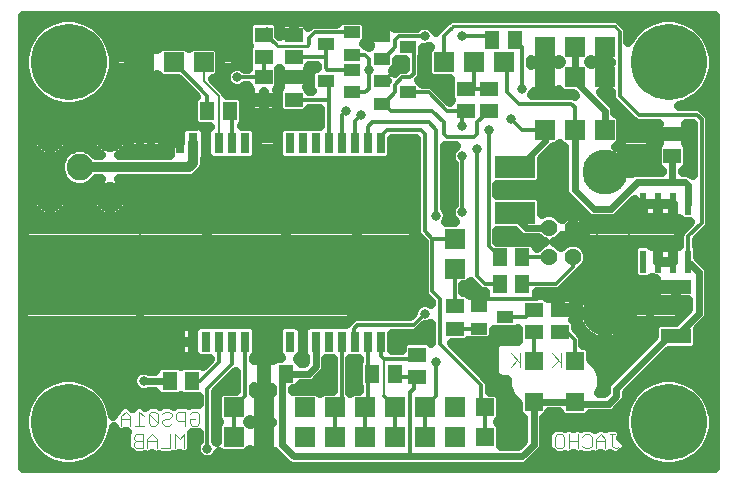
<source format=gbr>
G75*
G70*
%OFA0B0*%
%FSLAX24Y24*%
%IPPOS*%
%LPD*%
%AMOC8*
5,1,8,0,0,1.08239X$1,22.5*
%
%ADD10C,0.0040*%
%ADD11R,0.0315X0.0709*%
%ADD12R,0.0220X0.0780*%
%ADD13C,0.0562*%
%ADD14C,0.1500*%
%ADD15R,0.0650X0.0650*%
%ADD16R,0.1339X0.0748*%
%ADD17R,0.0512X0.0591*%
%ADD18R,0.0591X0.0512*%
%ADD19R,0.1000X0.0500*%
%ADD20R,0.0591X0.0591*%
%ADD21R,0.0551X0.0394*%
%ADD22C,0.1004*%
%ADD23C,0.0886*%
%ADD24R,0.0600X0.0600*%
%ADD25C,0.2540*%
%ADD26C,0.0339*%
%ADD27C,0.0120*%
%ADD28C,0.0317*%
%ADD29C,0.0240*%
%ADD30C,0.0100*%
%ADD31C,0.0080*%
%ADD32C,0.0080*%
D10*
X012577Y002180D02*
X012577Y002487D01*
X012731Y002640D01*
X012884Y002487D01*
X012884Y002180D01*
X013037Y002180D02*
X013344Y002180D01*
X013191Y002180D02*
X013191Y002640D01*
X013344Y002487D01*
X013498Y002564D02*
X013498Y002257D01*
X013575Y002180D01*
X013728Y002180D01*
X013805Y002257D01*
X013498Y002564D01*
X013575Y002640D01*
X013728Y002640D01*
X013805Y002564D01*
X013805Y002257D01*
X013958Y002257D02*
X014035Y002180D01*
X014188Y002180D01*
X014265Y002257D01*
X014188Y002410D02*
X014035Y002410D01*
X013958Y002333D01*
X013958Y002257D01*
X014188Y002410D02*
X014265Y002487D01*
X014265Y002564D01*
X014188Y002640D01*
X014035Y002640D01*
X013958Y002564D01*
X014419Y002564D02*
X014419Y002410D01*
X014495Y002333D01*
X014726Y002333D01*
X014726Y002180D02*
X014726Y002640D01*
X014495Y002640D01*
X014419Y002564D01*
X014879Y002564D02*
X014956Y002640D01*
X015109Y002640D01*
X015186Y002564D01*
X015186Y002257D01*
X015109Y002180D01*
X014956Y002180D01*
X014879Y002257D01*
X014879Y002410D01*
X015033Y002410D01*
X014686Y001890D02*
X014533Y001737D01*
X014379Y001890D01*
X014379Y001430D01*
X014226Y001430D02*
X013919Y001430D01*
X013765Y001430D02*
X013765Y001737D01*
X013612Y001890D01*
X013458Y001737D01*
X013458Y001430D01*
X013305Y001430D02*
X013075Y001430D01*
X012998Y001507D01*
X012998Y001583D01*
X013075Y001660D01*
X013305Y001660D01*
X013458Y001660D02*
X013765Y001660D01*
X014226Y001890D02*
X014226Y001430D01*
X014686Y001430D02*
X014686Y001890D01*
X013305Y001890D02*
X013305Y001430D01*
X013075Y001660D02*
X012998Y001737D01*
X012998Y001814D01*
X013075Y001890D01*
X013305Y001890D01*
X012884Y002410D02*
X012577Y002410D01*
X025563Y004129D02*
X025793Y004359D01*
X025870Y004282D02*
X025563Y004589D01*
X025870Y004589D02*
X025870Y004129D01*
X026938Y004129D02*
X027168Y004359D01*
X027245Y004282D02*
X026938Y004589D01*
X027245Y004589D02*
X027245Y004129D01*
X027268Y001890D02*
X027344Y001814D01*
X027344Y001507D01*
X027268Y001430D01*
X027114Y001430D01*
X027037Y001507D01*
X027037Y001814D01*
X027114Y001890D01*
X027268Y001890D01*
X027498Y001890D02*
X027498Y001430D01*
X027498Y001660D02*
X027805Y001660D01*
X027958Y001507D02*
X028035Y001430D01*
X028188Y001430D01*
X028265Y001507D01*
X028265Y001814D01*
X028188Y001890D01*
X028035Y001890D01*
X027958Y001814D01*
X027805Y001890D02*
X027805Y001430D01*
X028419Y001430D02*
X028419Y001737D01*
X028572Y001890D01*
X028726Y001737D01*
X028726Y001430D01*
X028726Y001660D02*
X028419Y001660D01*
X028956Y001507D02*
X028956Y001890D01*
X029033Y001890D02*
X028879Y001890D01*
X028956Y001507D02*
X029033Y001430D01*
X029109Y001430D01*
X029186Y001507D01*
D11*
X021236Y004978D03*
X020803Y004978D03*
X020370Y004978D03*
X019937Y004978D03*
X019504Y004978D03*
X019071Y004978D03*
X018638Y004978D03*
X018205Y004978D03*
X016709Y004978D03*
X016276Y004978D03*
X015843Y004978D03*
X015410Y004978D03*
X014977Y004978D03*
X014544Y004978D03*
X014544Y011592D03*
X014977Y011592D03*
X015410Y011592D03*
X015843Y011592D03*
X016276Y011592D03*
X016709Y011592D03*
X018205Y011592D03*
X018638Y011592D03*
X019071Y011592D03*
X019504Y011592D03*
X019937Y011592D03*
X020370Y011592D03*
X020803Y011592D03*
X021236Y011592D03*
D12*
X029981Y009580D03*
X030481Y009580D03*
X030981Y009580D03*
X031481Y009580D03*
X031481Y007640D03*
X030981Y007640D03*
X030481Y007640D03*
X029981Y007640D03*
D13*
X027643Y007793D03*
X026856Y007793D03*
X026856Y008777D03*
X027643Y008777D03*
D14*
X028706Y010647D03*
X028706Y005923D03*
D15*
X023706Y007410D03*
X023706Y008410D03*
X026706Y012035D03*
X027706Y012035D03*
X028706Y012035D03*
X028706Y013785D03*
X027706Y013785D03*
X026706Y013785D03*
X026706Y014785D03*
X027706Y014785D03*
X028706Y014785D03*
X025331Y014285D03*
X024331Y014285D03*
X023331Y014285D03*
X015331Y014285D03*
X014331Y014285D03*
X013331Y014285D03*
X016331Y002785D03*
X017331Y002785D03*
X017331Y001785D03*
X016331Y001785D03*
X018706Y001785D03*
X019706Y001785D03*
X020706Y001785D03*
X021706Y001785D03*
X022706Y001785D03*
X023706Y001785D03*
X023706Y002785D03*
X022706Y002785D03*
X021706Y002785D03*
X020706Y002785D03*
X019706Y002785D03*
X018706Y002785D03*
D16*
X025706Y009267D03*
X025706Y010803D03*
D17*
X025955Y007785D03*
X025207Y007785D03*
X025207Y006910D03*
X025955Y006910D03*
X021705Y003910D03*
X020957Y003910D03*
X018080Y003910D03*
X017332Y003910D03*
X014955Y003660D03*
X014207Y003660D03*
X015457Y012660D03*
X016205Y012660D03*
X024957Y015035D03*
X025705Y015035D03*
D18*
X024831Y013409D03*
X024081Y013409D03*
X024081Y012661D03*
X024831Y012661D03*
X030956Y011909D03*
X030956Y011161D03*
X023706Y006159D03*
X023706Y005411D03*
X022456Y004534D03*
X022456Y003786D03*
X026331Y005286D03*
X026331Y006034D03*
X027206Y006034D03*
X027206Y005286D03*
X018331Y013036D03*
X017331Y013036D03*
X017331Y013784D03*
X017331Y014461D03*
X017331Y015209D03*
X018331Y015209D03*
X018331Y014461D03*
X018331Y013784D03*
D19*
X031081Y006785D03*
X031081Y005160D03*
D20*
X027706Y004349D03*
X026331Y004349D03*
X026331Y002971D03*
X027706Y002971D03*
D21*
X024523Y005411D03*
X025389Y005785D03*
X024523Y006159D03*
X021273Y012911D03*
X022139Y013285D03*
X021273Y013659D03*
X020264Y013286D03*
X019398Y013660D03*
X020264Y014034D03*
X020264Y014536D03*
X019398Y014910D03*
X020264Y015284D03*
X021273Y015159D03*
X021273Y014411D03*
X022139Y014785D03*
D22*
X012206Y011785D03*
X010206Y011785D03*
X010206Y009785D03*
X012206Y009785D03*
D23*
X011206Y010785D03*
D24*
X024706Y002785D03*
X024706Y001785D03*
D25*
X030831Y002285D03*
X030831Y014285D03*
X010831Y014285D03*
X010831Y002285D03*
D26*
X009300Y000754D02*
X009300Y015816D01*
X032362Y015816D01*
X032362Y000754D01*
X009300Y000754D01*
X009300Y000960D02*
X010128Y000960D01*
X010252Y000888D02*
X010634Y000786D01*
X011028Y000786D01*
X011410Y000888D01*
X011752Y001085D01*
X012031Y001364D01*
X012228Y001706D01*
X012330Y002088D01*
X012330Y002124D01*
X012366Y002039D01*
X012436Y001969D01*
X012527Y001931D01*
X012627Y001931D01*
X012718Y001969D01*
X012731Y001981D01*
X012743Y001969D01*
X012785Y001951D01*
X012748Y001863D01*
X012748Y001687D01*
X012760Y001660D01*
X012748Y001633D01*
X012748Y001457D01*
X012771Y001403D01*
X012786Y001365D01*
X012788Y001364D01*
X012857Y001295D01*
X012863Y001289D01*
X012863Y001289D01*
X012933Y001219D01*
X012933Y001219D01*
X012933Y001219D01*
X012958Y001208D01*
X013025Y001181D01*
X013354Y001181D01*
X013382Y001192D01*
X013409Y001181D01*
X013508Y001181D01*
X013600Y001219D01*
X013612Y001231D01*
X013624Y001219D01*
X013716Y001181D01*
X013815Y001181D01*
X013842Y001192D01*
X013869Y001181D01*
X014275Y001181D01*
X014302Y001192D01*
X014329Y001181D01*
X014429Y001181D01*
X014520Y001219D01*
X014533Y001231D01*
X014545Y001219D01*
X014636Y001181D01*
X014736Y001181D01*
X014827Y001219D01*
X014897Y001289D01*
X014935Y001380D01*
X014935Y001931D01*
X015159Y001931D01*
X015167Y001934D01*
X015167Y001670D01*
X015127Y001630D01*
X015068Y001487D01*
X015068Y001333D01*
X015127Y001190D01*
X015236Y001081D01*
X015379Y001022D01*
X015533Y001022D01*
X015676Y001081D01*
X015785Y001190D01*
X015834Y001308D01*
X015911Y001231D01*
X016751Y001231D01*
X016873Y001353D01*
X016902Y001324D01*
X016941Y001302D01*
X016984Y001291D01*
X017331Y001291D01*
X017678Y001291D01*
X017700Y001297D01*
X017758Y001239D01*
X018133Y000864D01*
X018261Y000811D01*
X026025Y000811D01*
X026154Y000864D01*
X026252Y000962D01*
X026627Y001337D01*
X026680Y001466D01*
X026680Y002446D01*
X026721Y002446D01*
X026856Y002581D01*
X026856Y002622D01*
X027181Y002622D01*
X027181Y002581D01*
X027316Y002446D01*
X028096Y002446D01*
X028211Y002561D01*
X028900Y002561D01*
X029029Y002614D01*
X029127Y002712D01*
X029377Y002962D01*
X029430Y003091D01*
X029430Y003265D01*
X030846Y004681D01*
X031676Y004681D01*
X031810Y004815D01*
X031810Y005395D01*
X032127Y005712D01*
X032180Y005841D01*
X032180Y007354D01*
X032127Y007483D01*
X031820Y007790D01*
X031820Y008125D01*
X031770Y008175D01*
X031770Y008365D01*
X032095Y008690D01*
X032176Y008771D01*
X032220Y008877D01*
X032220Y012443D01*
X032176Y012549D01*
X031945Y012780D01*
X031839Y012824D01*
X031173Y012824D01*
X031410Y012888D01*
X031752Y013085D01*
X032031Y013364D01*
X032228Y013706D01*
X032330Y014088D01*
X032330Y014482D01*
X032228Y014864D01*
X032031Y015206D01*
X031752Y015485D01*
X031410Y015682D01*
X031028Y015784D01*
X030634Y015784D01*
X030252Y015682D01*
X029910Y015485D01*
X029631Y015206D01*
X029495Y014970D01*
X029495Y015343D01*
X029451Y015449D01*
X029451Y015450D01*
X029443Y015468D01*
X029268Y015643D01*
X029189Y015722D01*
X029087Y015764D01*
X023600Y015764D01*
X023498Y015722D01*
X023441Y015665D01*
X023417Y015655D01*
X023086Y015324D01*
X023072Y015291D01*
X023035Y015380D01*
X022926Y015489D01*
X022783Y015548D01*
X022629Y015548D01*
X022486Y015489D01*
X022446Y015449D01*
X021773Y015449D01*
X021706Y015422D01*
X021684Y015460D01*
X021652Y015491D01*
X021614Y015514D01*
X021571Y015525D01*
X021273Y015525D01*
X021273Y015159D01*
X021273Y015159D01*
X021273Y015525D01*
X020975Y015525D01*
X020932Y015514D01*
X020893Y015491D01*
X020862Y015460D01*
X020839Y015421D01*
X020828Y015378D01*
X020828Y015159D01*
X020828Y014940D01*
X020839Y014897D01*
X020862Y014858D01*
X020892Y014827D01*
X020853Y014788D01*
X020851Y014788D01*
X020853Y014788D02*
X020769Y014822D01*
X020769Y014828D01*
X020687Y014910D01*
X020769Y014992D01*
X020769Y015576D01*
X020635Y015710D01*
X019893Y015710D01*
X019759Y015576D01*
X019759Y015574D01*
X018973Y015574D01*
X018867Y015530D01*
X018796Y015459D01*
X018796Y015487D01*
X018784Y015530D01*
X018762Y015569D01*
X018730Y015600D01*
X018692Y015623D01*
X018649Y015634D01*
X018331Y015634D01*
X018331Y015209D01*
X018331Y015209D01*
X017866Y015209D01*
X018331Y015209D01*
X018331Y015209D01*
X018331Y015634D01*
X018013Y015634D01*
X017970Y015623D01*
X017932Y015600D01*
X017900Y015569D01*
X017878Y015530D01*
X017866Y015487D01*
X017866Y015209D01*
X017866Y015159D01*
X017856Y015170D01*
X017856Y015560D01*
X017721Y015694D01*
X017524Y015694D01*
X017515Y015698D01*
X017482Y015698D01*
X017449Y015704D01*
X017425Y015698D01*
X017399Y015698D01*
X017390Y015694D01*
X016941Y015694D01*
X016806Y015560D01*
X016806Y014858D01*
X016829Y014835D01*
X016806Y014812D01*
X016806Y014074D01*
X016715Y014074D01*
X016676Y014114D01*
X016533Y014173D01*
X016379Y014173D01*
X016236Y014114D01*
X016127Y014005D01*
X016068Y013862D01*
X016068Y013708D01*
X016127Y013565D01*
X016236Y013456D01*
X016379Y013397D01*
X016533Y013397D01*
X016676Y013456D01*
X016715Y013496D01*
X016806Y013496D01*
X016806Y013433D01*
X016879Y013360D01*
X016878Y013357D01*
X016866Y013314D01*
X016866Y013036D01*
X017331Y013036D01*
X017796Y013036D01*
X017796Y013314D01*
X017784Y013357D01*
X017783Y013360D01*
X017806Y013384D01*
X017806Y012685D01*
X017941Y012551D01*
X018721Y012551D01*
X018856Y012685D01*
X018856Y012747D01*
X019215Y012747D01*
X019215Y012176D01*
X017952Y012176D01*
X017818Y012041D01*
X017818Y011143D01*
X017952Y011008D01*
X021489Y011008D01*
X021623Y011143D01*
X021623Y011746D01*
X022417Y011746D01*
X022417Y008602D01*
X022461Y008496D01*
X022542Y008415D01*
X022667Y008290D01*
X022667Y006602D01*
X022711Y006496D01*
X022792Y006415D01*
X022917Y006290D01*
X022917Y006243D01*
X022783Y006298D01*
X022629Y006298D01*
X022486Y006239D01*
X022377Y006130D01*
X022318Y005987D01*
X022318Y005931D01*
X022211Y005824D01*
X020398Y005824D01*
X020292Y005780D01*
X020211Y005699D01*
X020167Y005655D01*
X020086Y005574D01*
X020081Y005562D01*
X018819Y005562D01*
X018759Y005502D01*
X018638Y005502D01*
X018517Y005502D01*
X018457Y005562D01*
X017952Y005562D01*
X017818Y005427D01*
X017818Y004529D01*
X017912Y004435D01*
X017729Y004435D01*
X017656Y004362D01*
X017653Y004363D01*
X017610Y004375D01*
X017332Y004375D01*
X017332Y003910D01*
X017332Y003910D01*
X017332Y003445D01*
X017607Y003445D01*
X017607Y003279D01*
X017331Y003279D01*
X017331Y002785D01*
X017331Y002291D01*
X017607Y002291D01*
X017607Y002279D01*
X017331Y002279D01*
X017331Y001785D01*
X017331Y001291D01*
X017331Y001785D01*
X017331Y001785D01*
X017331Y001785D01*
X017331Y002279D01*
X016984Y002279D01*
X016941Y002268D01*
X016902Y002246D01*
X016873Y002217D01*
X016805Y002285D01*
X016873Y002353D01*
X016902Y002324D01*
X016941Y002302D01*
X016984Y002291D01*
X017331Y002291D01*
X017331Y002785D01*
X017331Y002785D01*
X017331Y002785D01*
X017331Y003279D01*
X016998Y003279D01*
X016998Y003464D01*
X017011Y003457D01*
X017054Y003445D01*
X017332Y003445D01*
X017332Y003910D01*
X017332Y003910D01*
X017332Y004375D01*
X017054Y004375D01*
X017011Y004363D01*
X016998Y004356D01*
X016998Y004431D01*
X017096Y004529D01*
X017096Y005427D01*
X016961Y005562D01*
X015157Y005562D01*
X015097Y005502D01*
X014977Y005502D01*
X014977Y004978D01*
X014977Y004978D01*
X014977Y004454D01*
X015097Y004454D01*
X015157Y004394D01*
X015531Y004394D01*
X015314Y004177D01*
X015306Y004185D01*
X014604Y004185D01*
X014581Y004162D01*
X014558Y004185D01*
X013856Y004185D01*
X013722Y004050D01*
X013722Y004009D01*
X013502Y004009D01*
X013408Y004048D01*
X013254Y004048D01*
X013111Y003989D01*
X013002Y003880D01*
X012943Y003737D01*
X012943Y003583D01*
X013002Y003440D01*
X013111Y003331D01*
X013254Y003272D01*
X013408Y003272D01*
X013502Y003311D01*
X013722Y003311D01*
X013722Y003270D01*
X013856Y003135D01*
X014558Y003135D01*
X014581Y003158D01*
X014604Y003135D01*
X015167Y003135D01*
X015167Y002887D01*
X015159Y002890D01*
X014906Y002890D01*
X014841Y002863D01*
X014775Y002890D01*
X014446Y002890D01*
X014354Y002852D01*
X014342Y002840D01*
X014331Y002851D01*
X014330Y002852D01*
X014293Y002867D01*
X014238Y002890D01*
X013985Y002890D01*
X013894Y002852D01*
X013882Y002840D01*
X013869Y002852D01*
X013831Y002868D01*
X013778Y002890D01*
X013525Y002890D01*
X013433Y002852D01*
X013383Y002801D01*
X013332Y002852D01*
X013330Y002853D01*
X013241Y002890D01*
X013141Y002890D01*
X013139Y002889D01*
X013050Y002852D01*
X013050Y002852D01*
X012980Y002782D01*
X012978Y002779D01*
X012969Y002755D01*
X012942Y002782D01*
X012872Y002852D01*
X012869Y002853D01*
X012780Y002890D01*
X012681Y002890D01*
X012679Y002889D01*
X012589Y002852D01*
X012436Y002698D01*
X012366Y002628D01*
X012328Y002537D01*
X012328Y002492D01*
X012228Y002864D01*
X012031Y003206D01*
X011752Y003485D01*
X011410Y003682D01*
X011028Y003784D01*
X010634Y003784D01*
X010252Y003682D01*
X009910Y003485D01*
X009631Y003206D01*
X009434Y002864D01*
X009332Y002482D01*
X009332Y002088D01*
X009434Y001706D01*
X009631Y001364D01*
X009910Y001085D01*
X010252Y000888D01*
X009699Y001297D02*
X009300Y001297D01*
X009300Y001634D02*
X009475Y001634D01*
X009363Y001971D02*
X009300Y001971D01*
X009300Y002309D02*
X009332Y002309D01*
X009300Y002646D02*
X009375Y002646D01*
X009300Y002983D02*
X009503Y002983D01*
X009300Y003321D02*
X009746Y003321D01*
X009300Y003658D02*
X010210Y003658D01*
X009300Y003995D02*
X013126Y003995D01*
X012943Y003658D02*
X011452Y003658D01*
X011916Y003321D02*
X013136Y003321D01*
X012942Y002782D02*
X012942Y002782D01*
X012589Y002852D02*
X012589Y002852D01*
X012383Y002646D02*
X012287Y002646D01*
X012159Y002983D02*
X015167Y002983D01*
X015745Y002983D02*
X015777Y002983D01*
X015777Y003205D02*
X015777Y002365D01*
X015857Y002285D01*
X015777Y002205D01*
X015777Y001638D01*
X015745Y001670D01*
X015745Y003290D01*
X016420Y003964D01*
X016420Y003339D01*
X015911Y003339D01*
X015777Y003205D01*
X015776Y003321D02*
X015892Y003321D01*
X016113Y003658D02*
X016420Y003658D01*
X016998Y003321D02*
X017607Y003321D01*
X017331Y002983D02*
X017331Y002983D01*
X017331Y002646D02*
X017331Y002646D01*
X017331Y002309D02*
X017331Y002309D01*
X016929Y002309D02*
X016829Y002309D01*
X017331Y001971D02*
X017331Y001971D01*
X017331Y001634D02*
X017331Y001634D01*
X017331Y001297D02*
X017331Y001297D01*
X016960Y001297D02*
X016817Y001297D01*
X015845Y001297D02*
X015829Y001297D01*
X015083Y001297D02*
X014901Y001297D01*
X014935Y001634D02*
X015131Y001634D01*
X015745Y001971D02*
X015777Y001971D01*
X015745Y002309D02*
X015833Y002309D01*
X015777Y002646D02*
X015745Y002646D01*
X014330Y002852D02*
X014330Y002852D01*
X012740Y001971D02*
X012721Y001971D01*
X012433Y001971D02*
X012299Y001971D01*
X012187Y001634D02*
X012749Y001634D01*
X012786Y001365D02*
X012786Y001365D01*
X012855Y001297D02*
X011963Y001297D01*
X011534Y000960D02*
X018037Y000960D01*
X019206Y003259D02*
X019126Y003339D01*
X018305Y003339D01*
X018305Y003385D01*
X018431Y003385D01*
X018565Y003520D01*
X018565Y003561D01*
X018900Y003561D01*
X019029Y003614D01*
X019127Y003712D01*
X019367Y003952D01*
X019421Y004081D01*
X019421Y004394D01*
X019648Y004394D01*
X019648Y003339D01*
X019286Y003339D01*
X019206Y003259D01*
X019145Y003321D02*
X019267Y003321D01*
X019073Y003658D02*
X019648Y003658D01*
X019648Y003995D02*
X019385Y003995D01*
X019421Y004332D02*
X019648Y004332D01*
X020227Y004332D02*
X020504Y004332D01*
X020514Y004343D02*
X020472Y004300D01*
X020472Y003520D01*
X020514Y003477D01*
X020514Y003339D01*
X020286Y003339D01*
X020227Y003280D01*
X020227Y004394D01*
X020514Y004394D01*
X020514Y004343D01*
X020472Y003995D02*
X020227Y003995D01*
X020227Y003658D02*
X020472Y003658D01*
X020267Y003321D02*
X020227Y003321D01*
X018722Y004295D02*
X018686Y004259D01*
X018565Y004259D01*
X018565Y004300D01*
X018464Y004401D01*
X018517Y004454D01*
X018638Y004454D01*
X018638Y004978D01*
X018638Y005502D01*
X018638Y004978D01*
X018638Y004978D01*
X018638Y004978D01*
X018638Y004454D01*
X018722Y004454D01*
X018722Y004295D01*
X018722Y004332D02*
X018533Y004332D01*
X018638Y004670D02*
X018638Y004670D01*
X018638Y005007D02*
X018638Y005007D01*
X018638Y005344D02*
X018638Y005344D01*
X017818Y005344D02*
X017096Y005344D01*
X017096Y005007D02*
X017818Y005007D01*
X017818Y004670D02*
X017096Y004670D01*
X017332Y004332D02*
X017332Y004332D01*
X017332Y003995D02*
X017332Y003995D01*
X017332Y003658D02*
X017332Y003658D01*
X015469Y004332D02*
X009300Y004332D01*
X009300Y004670D02*
X014217Y004670D01*
X014217Y004601D02*
X014228Y004558D01*
X014251Y004520D01*
X014282Y004488D01*
X014321Y004466D01*
X014364Y004454D01*
X014544Y004454D01*
X014723Y004454D01*
X014760Y004464D01*
X014797Y004454D01*
X014977Y004454D01*
X014977Y004978D01*
X014977Y004978D01*
X014977Y005502D01*
X014797Y005502D01*
X014760Y005492D01*
X014723Y005502D01*
X014544Y005502D01*
X014544Y004978D01*
X014870Y004978D01*
X014977Y004978D01*
X014977Y004978D01*
X014544Y004978D01*
X014544Y004978D01*
X014544Y004978D01*
X014544Y004454D01*
X014544Y004978D01*
X014544Y004978D01*
X014544Y005502D01*
X014364Y005502D01*
X014321Y005490D01*
X014282Y005468D01*
X014251Y005436D01*
X014228Y005398D01*
X014217Y005355D01*
X014217Y004978D01*
X014544Y004978D01*
X014544Y004978D01*
X014217Y004978D01*
X014217Y004601D01*
X014544Y004670D02*
X014544Y004670D01*
X014544Y005007D02*
X014544Y005007D01*
X014217Y005007D02*
X009300Y005007D01*
X009300Y005344D02*
X014217Y005344D01*
X014544Y005344D02*
X014544Y005344D01*
X014977Y005344D02*
X014977Y005344D01*
X014977Y005007D02*
X014977Y005007D01*
X014977Y004670D02*
X014977Y004670D01*
X012857Y001295D02*
X012857Y001295D01*
X009300Y005682D02*
X020193Y005682D01*
X021623Y005246D02*
X022389Y005246D01*
X022495Y005290D01*
X022727Y005522D01*
X022783Y005522D01*
X022917Y005577D01*
X022917Y004949D01*
X022846Y005019D01*
X022066Y005019D01*
X021931Y004885D01*
X021931Y004699D01*
X021623Y004699D01*
X021623Y005246D01*
X021623Y005007D02*
X022053Y005007D01*
X022549Y005344D02*
X022917Y005344D01*
X022917Y005007D02*
X022859Y005007D01*
X023600Y004926D02*
X024096Y004926D01*
X024155Y004985D01*
X024894Y004985D01*
X025028Y005119D01*
X025028Y005359D01*
X025760Y005359D01*
X025806Y005405D01*
X025806Y005005D01*
X025233Y005005D01*
X025207Y005002D01*
X025182Y004996D01*
X025158Y004988D01*
X025134Y004977D01*
X025112Y004963D01*
X025092Y004947D01*
X025074Y004929D01*
X025058Y004908D01*
X025044Y004887D01*
X025033Y004863D01*
X025025Y004839D01*
X025019Y004814D01*
X025016Y004788D01*
X025016Y003929D01*
X025019Y003904D01*
X025025Y003879D01*
X025033Y003854D01*
X025044Y003831D01*
X025058Y003809D01*
X025074Y003789D01*
X025092Y003771D01*
X025112Y003755D01*
X025134Y003741D01*
X025158Y003730D01*
X025182Y003721D01*
X025207Y003716D01*
X025233Y003713D01*
X025430Y003713D01*
X025430Y003481D01*
X025567Y003150D01*
X025806Y002911D01*
X025806Y002581D01*
X025941Y002446D01*
X025982Y002446D01*
X025982Y001680D01*
X025811Y001509D01*
X025235Y001509D01*
X025235Y002180D01*
X025130Y002285D01*
X025235Y002390D01*
X025235Y003180D01*
X025101Y003314D01*
X024870Y003314D01*
X024870Y003593D01*
X024826Y003699D01*
X024745Y003780D01*
X023600Y004926D01*
X023856Y004670D02*
X025016Y004670D01*
X024916Y005007D02*
X025806Y005007D01*
X025806Y005344D02*
X025028Y005344D01*
X024523Y006159D02*
X024523Y006159D01*
X024523Y006525D01*
X024722Y006525D01*
X024722Y006621D01*
X024648Y006621D01*
X024542Y006665D01*
X024461Y006746D01*
X024292Y006915D01*
X024239Y006968D01*
X024126Y006856D01*
X023995Y006856D01*
X023995Y006644D01*
X024096Y006644D01*
X024217Y006523D01*
X024225Y006525D01*
X024523Y006525D01*
X024523Y006159D01*
X024523Y006356D02*
X024523Y006356D01*
X024513Y006693D02*
X023995Y006693D01*
X022851Y006356D02*
X009300Y006356D01*
X009300Y006019D02*
X022331Y006019D01*
X022792Y006415D02*
X022792Y006415D01*
X022667Y006693D02*
X009300Y006693D01*
X009300Y007031D02*
X022667Y007031D01*
X022667Y007368D02*
X009300Y007368D01*
X009300Y007705D02*
X022667Y007705D01*
X022667Y008042D02*
X009300Y008042D01*
X009300Y008380D02*
X022577Y008380D01*
X022417Y008717D02*
X009300Y008717D01*
X009300Y009054D02*
X022417Y009054D01*
X022417Y009392D02*
X012750Y009392D01*
X012765Y009411D02*
X012809Y009487D01*
X012843Y009569D01*
X012866Y009654D01*
X012877Y009741D01*
X012877Y009785D01*
X012206Y009785D01*
X012877Y009785D01*
X012877Y009829D01*
X012866Y009916D01*
X012843Y010001D01*
X012809Y010083D01*
X012765Y010159D01*
X012712Y010229D01*
X012650Y010291D01*
X012580Y010344D01*
X012507Y010386D01*
X014910Y010386D01*
X015057Y010447D01*
X015169Y010559D01*
X015315Y010705D01*
X015375Y010851D01*
X015375Y011068D01*
X015410Y011068D01*
X015530Y011068D01*
X015590Y011008D01*
X016961Y011008D01*
X017096Y011143D01*
X017096Y012041D01*
X016961Y012176D01*
X016596Y012176D01*
X016690Y012270D01*
X016690Y013050D01*
X016556Y013185D01*
X016100Y013185D01*
X016100Y013214D01*
X016059Y013313D01*
X015984Y013388D01*
X015641Y013731D01*
X015751Y013731D01*
X015885Y013865D01*
X015885Y014705D01*
X015751Y014839D01*
X014911Y014839D01*
X014831Y014759D01*
X014751Y014839D01*
X013911Y014839D01*
X013789Y014717D01*
X013760Y014746D01*
X013721Y014768D01*
X013678Y014779D01*
X013331Y014779D01*
X013331Y014285D01*
X013331Y014285D01*
X013331Y013791D01*
X013678Y013791D01*
X013721Y013802D01*
X013760Y013824D01*
X013789Y013853D01*
X013911Y013731D01*
X014476Y013731D01*
X015064Y013143D01*
X014972Y013050D01*
X014972Y012270D01*
X015066Y012176D01*
X014724Y012176D01*
X014664Y012116D01*
X014544Y012116D01*
X014544Y011592D01*
X014544Y011592D01*
X014544Y012116D01*
X014364Y012116D01*
X014321Y012104D01*
X014282Y012082D01*
X014251Y012050D01*
X014228Y012012D01*
X014217Y011969D01*
X014217Y011592D01*
X014217Y011215D01*
X014225Y011184D01*
X012507Y011184D01*
X012580Y011226D01*
X012650Y011279D01*
X012712Y011341D01*
X012765Y011411D01*
X012809Y011487D01*
X012843Y011569D01*
X012866Y011654D01*
X012877Y011741D01*
X012877Y011785D01*
X012206Y011785D01*
X012877Y011785D01*
X012877Y011829D01*
X012866Y011916D01*
X012843Y012001D01*
X012809Y012083D01*
X012765Y012159D01*
X012712Y012229D01*
X012650Y012291D01*
X012580Y012344D01*
X012504Y012388D01*
X012422Y012422D01*
X012337Y012445D01*
X012250Y012456D01*
X012206Y012456D01*
X012206Y011785D01*
X012206Y011785D01*
X012206Y011785D01*
X012206Y012456D01*
X012162Y012456D01*
X012075Y012445D01*
X011990Y012422D01*
X011908Y012388D01*
X011832Y012344D01*
X011762Y012291D01*
X011700Y012229D01*
X011647Y012159D01*
X011603Y012083D01*
X011569Y012001D01*
X011546Y011916D01*
X011535Y011829D01*
X011535Y011785D01*
X011535Y011741D01*
X011546Y011654D01*
X011569Y011569D01*
X011603Y011487D01*
X011647Y011411D01*
X011700Y011341D01*
X011762Y011279D01*
X011832Y011226D01*
X011905Y011184D01*
X011758Y011184D01*
X011587Y011355D01*
X011340Y011457D01*
X011072Y011457D01*
X010825Y011355D01*
X010636Y011166D01*
X010534Y010919D01*
X010534Y010651D01*
X010636Y010404D01*
X010825Y010215D01*
X011072Y010113D01*
X011340Y010113D01*
X011587Y010215D01*
X011758Y010386D01*
X011905Y010386D01*
X011832Y010344D01*
X011762Y010291D01*
X011700Y010229D01*
X011647Y010159D01*
X011603Y010083D01*
X011569Y010001D01*
X011546Y009916D01*
X011535Y009829D01*
X011535Y009785D01*
X011535Y009741D01*
X011546Y009654D01*
X011569Y009569D01*
X011603Y009487D01*
X011647Y009411D01*
X011700Y009341D01*
X011762Y009279D01*
X011832Y009226D01*
X011908Y009182D01*
X011990Y009148D01*
X012075Y009125D01*
X012162Y009114D01*
X012206Y009114D01*
X012250Y009114D01*
X012337Y009125D01*
X012422Y009148D01*
X012504Y009182D01*
X012580Y009226D01*
X012650Y009279D01*
X012712Y009341D01*
X012765Y009411D01*
X012876Y009729D02*
X022417Y009729D01*
X022417Y010066D02*
X012816Y010066D01*
X012206Y009785D02*
X012206Y009785D01*
X012206Y009114D01*
X012206Y009785D01*
X012206Y009785D01*
X011535Y009785D01*
X012206Y009785D01*
X012206Y009785D01*
X012206Y009729D02*
X012206Y009729D01*
X012206Y009392D02*
X012206Y009392D01*
X011662Y009392D02*
X010750Y009392D01*
X010765Y009411D02*
X010809Y009487D01*
X010843Y009569D01*
X010866Y009654D01*
X010877Y009741D01*
X010877Y009785D01*
X010206Y009785D01*
X010877Y009785D01*
X010877Y009829D01*
X010866Y009916D01*
X010843Y010001D01*
X010809Y010083D01*
X010765Y010159D01*
X010712Y010229D01*
X010650Y010291D01*
X010580Y010344D01*
X010504Y010388D01*
X010422Y010422D01*
X010337Y010445D01*
X010250Y010456D01*
X010206Y010456D01*
X010206Y009785D01*
X010206Y009785D01*
X010206Y009785D01*
X010206Y009114D01*
X010250Y009114D01*
X010337Y009125D01*
X010422Y009148D01*
X010504Y009182D01*
X010580Y009226D01*
X010650Y009279D01*
X010712Y009341D01*
X010765Y009411D01*
X010876Y009729D02*
X011536Y009729D01*
X011596Y010066D02*
X010816Y010066D01*
X010637Y010403D02*
X010467Y010403D01*
X010206Y010403D02*
X010206Y010403D01*
X010206Y010456D02*
X010162Y010456D01*
X010075Y010445D01*
X009990Y010422D01*
X009908Y010388D01*
X009832Y010344D01*
X009762Y010291D01*
X009700Y010229D01*
X009647Y010159D01*
X009603Y010083D01*
X009569Y010001D01*
X009546Y009916D01*
X009535Y009829D01*
X009535Y009785D01*
X009535Y009741D01*
X009546Y009654D01*
X009569Y009569D01*
X009603Y009487D01*
X009647Y009411D01*
X009700Y009341D01*
X009762Y009279D01*
X009832Y009226D01*
X009908Y009182D01*
X009990Y009148D01*
X010075Y009125D01*
X010162Y009114D01*
X010206Y009114D01*
X010206Y009785D01*
X010206Y009785D01*
X010206Y010456D01*
X009945Y010403D02*
X009300Y010403D01*
X009300Y010066D02*
X009596Y010066D01*
X009535Y009785D02*
X010206Y009785D01*
X009535Y009785D01*
X009536Y009729D02*
X009300Y009729D01*
X009300Y009392D02*
X009662Y009392D01*
X010206Y009392D02*
X010206Y009392D01*
X010206Y009729D02*
X010206Y009729D01*
X010206Y009785D02*
X010206Y009785D01*
X010206Y010066D02*
X010206Y010066D01*
X010534Y010741D02*
X009300Y010741D01*
X009300Y011078D02*
X010600Y011078D01*
X010504Y011182D02*
X010580Y011226D01*
X010650Y011279D01*
X010712Y011341D01*
X010765Y011411D01*
X010809Y011487D01*
X010843Y011569D01*
X010866Y011654D01*
X010877Y011741D01*
X010877Y011785D01*
X010206Y011785D01*
X010877Y011785D01*
X010877Y011829D01*
X010866Y011916D01*
X010843Y012001D01*
X010809Y012083D01*
X010765Y012159D01*
X010712Y012229D01*
X010650Y012291D01*
X010580Y012344D01*
X010504Y012388D01*
X010422Y012422D01*
X010337Y012445D01*
X010250Y012456D01*
X010206Y012456D01*
X010206Y011785D01*
X010206Y011785D01*
X010206Y011785D01*
X010206Y011114D01*
X010250Y011114D01*
X010337Y011125D01*
X010422Y011148D01*
X010504Y011182D01*
X010206Y011114D02*
X010206Y011785D01*
X010206Y011785D01*
X010206Y012456D01*
X010162Y012456D01*
X010075Y012445D01*
X009990Y012422D01*
X009908Y012388D01*
X009832Y012344D01*
X009762Y012291D01*
X009700Y012229D01*
X009647Y012159D01*
X009603Y012083D01*
X009569Y012001D01*
X009546Y011916D01*
X009535Y011829D01*
X009535Y011785D01*
X009535Y011741D01*
X009546Y011654D01*
X009569Y011569D01*
X009603Y011487D01*
X009647Y011411D01*
X009700Y011341D01*
X009762Y011279D01*
X009832Y011226D01*
X009908Y011182D01*
X009990Y011148D01*
X010075Y011125D01*
X010162Y011114D01*
X010206Y011114D01*
X010206Y011415D02*
X010206Y011415D01*
X010206Y011753D02*
X010206Y011753D01*
X010206Y011785D02*
X009535Y011785D01*
X010206Y011785D01*
X010206Y011785D01*
X010206Y012090D02*
X010206Y012090D01*
X010206Y012427D02*
X010206Y012427D01*
X010403Y012427D02*
X012009Y012427D01*
X012206Y012427D02*
X012206Y012427D01*
X012403Y012427D02*
X014972Y012427D01*
X015270Y012135D02*
X015550Y012135D01*
X015530Y012116D01*
X015410Y012116D01*
X015410Y011592D01*
X015410Y011068D01*
X015410Y011592D01*
X015410Y011592D01*
X015410Y011592D01*
X015410Y012116D01*
X015289Y012116D01*
X015270Y012135D01*
X015410Y012090D02*
X015410Y012090D01*
X015410Y011753D02*
X015410Y011753D01*
X015410Y011415D02*
X015410Y011415D01*
X015410Y011078D02*
X015410Y011078D01*
X015330Y010741D02*
X022417Y010741D01*
X022417Y011078D02*
X021559Y011078D01*
X021623Y011415D02*
X022417Y011415D01*
X023370Y011415D02*
X023662Y011415D01*
X023627Y011380D02*
X023568Y011237D01*
X023568Y011083D01*
X023627Y010940D01*
X023667Y010900D01*
X023667Y009545D01*
X023627Y009505D01*
X023568Y009362D01*
X023568Y009208D01*
X023627Y009065D01*
X023728Y008964D01*
X023420Y008964D01*
X023469Y009083D01*
X023469Y009237D01*
X023410Y009380D01*
X023370Y009420D01*
X023370Y011507D01*
X023398Y011496D01*
X023752Y011496D01*
X023736Y011489D01*
X023627Y011380D01*
X023570Y011078D02*
X023370Y011078D01*
X023370Y010741D02*
X023667Y010741D01*
X023667Y010403D02*
X023370Y010403D01*
X023370Y010066D02*
X023667Y010066D01*
X023667Y009729D02*
X023370Y009729D01*
X023398Y009392D02*
X023580Y009392D01*
X023638Y009054D02*
X023457Y009054D01*
X025120Y008664D02*
X025120Y008310D01*
X025558Y008310D01*
X025581Y008287D01*
X025604Y008310D01*
X026306Y008310D01*
X026440Y008175D01*
X026440Y008100D01*
X026566Y008226D01*
X026710Y008285D01*
X026566Y008344D01*
X026483Y008428D01*
X026019Y008428D01*
X025891Y008481D01*
X025708Y008664D01*
X025120Y008664D01*
X025120Y008380D02*
X026531Y008380D01*
X027001Y008285D02*
X027145Y008344D01*
X027288Y008488D01*
X027291Y008495D01*
X027299Y008484D01*
X027350Y008434D01*
X027407Y008392D01*
X027470Y008360D01*
X027537Y008338D01*
X027608Y008327D01*
X027643Y008327D01*
X027678Y008327D01*
X027748Y008338D01*
X027816Y008360D01*
X027879Y008392D01*
X027936Y008434D01*
X027987Y008484D01*
X028028Y008541D01*
X028060Y008604D01*
X028082Y008672D01*
X028093Y008742D01*
X028093Y008777D01*
X027643Y008777D01*
X027643Y008327D01*
X027643Y008777D01*
X027643Y008777D01*
X027643Y008777D01*
X028093Y008777D01*
X028093Y008813D01*
X028082Y008883D01*
X028060Y008950D01*
X028028Y009013D01*
X027987Y009071D01*
X027936Y009121D01*
X027879Y009162D01*
X027816Y009195D01*
X027748Y009217D01*
X027678Y009228D01*
X027643Y009228D01*
X027608Y009228D01*
X027537Y009217D01*
X027470Y009195D01*
X027407Y009162D01*
X027350Y009121D01*
X027299Y009071D01*
X027291Y009059D01*
X027288Y009066D01*
X027145Y009210D01*
X026957Y009288D01*
X026754Y009288D01*
X026605Y009226D01*
X026605Y009736D01*
X026470Y009871D01*
X025120Y009871D01*
X025120Y010199D01*
X026470Y010199D01*
X026605Y010334D01*
X026605Y011065D01*
X027002Y011462D01*
X027010Y011481D01*
X027126Y011481D01*
X027206Y011561D01*
X027286Y011481D01*
X027357Y011481D01*
X027357Y009966D01*
X027410Y009837D01*
X028133Y009114D01*
X028261Y009061D01*
X028975Y009061D01*
X029104Y009114D01*
X029702Y009711D01*
X029702Y009580D01*
X029702Y009168D01*
X029713Y009125D01*
X029735Y009086D01*
X029767Y009054D01*
X027998Y009054D01*
X027643Y009054D02*
X027643Y009054D01*
X027643Y009228D02*
X027643Y008777D01*
X027643Y008777D01*
X027643Y009228D01*
X027855Y009392D02*
X026605Y009392D01*
X026605Y009729D02*
X027518Y009729D01*
X027357Y010066D02*
X025120Y010066D01*
X026605Y010403D02*
X027357Y010403D01*
X027357Y010741D02*
X026605Y010741D01*
X026618Y011078D02*
X027357Y011078D01*
X027357Y011415D02*
X026955Y011415D01*
X028763Y010704D02*
X028763Y010590D01*
X029605Y010590D01*
X029711Y010634D01*
X030607Y010634D01*
X030607Y010676D01*
X030566Y010676D01*
X030431Y010810D01*
X030431Y011512D01*
X030504Y011585D01*
X030503Y011588D01*
X030491Y011631D01*
X030491Y011909D01*
X030956Y011909D01*
X030956Y011909D01*
X031421Y011909D01*
X031421Y012187D01*
X031409Y012230D01*
X031400Y012246D01*
X031642Y012246D01*
X031642Y010519D01*
X031579Y010581D01*
X031450Y010634D01*
X031305Y010634D01*
X031305Y010676D01*
X031346Y010676D01*
X031481Y010810D01*
X031481Y011512D01*
X031408Y011585D01*
X031409Y011588D01*
X031421Y011631D01*
X031421Y011909D01*
X030956Y011909D01*
X030491Y011909D01*
X030491Y012187D01*
X030503Y012230D01*
X030512Y012246D01*
X029773Y012246D01*
X029667Y012290D01*
X028961Y012996D01*
X028917Y013102D01*
X028758Y013102D01*
X028917Y013102D02*
X028917Y013291D01*
X028706Y013291D01*
X028706Y013785D01*
X028706Y013785D01*
X028706Y013785D01*
X028706Y014279D01*
X028917Y014279D01*
X028917Y014291D01*
X028706Y014291D01*
X028706Y014785D01*
X028706Y014785D01*
X028706Y014291D01*
X028359Y014291D01*
X028316Y014302D01*
X028277Y014324D01*
X028248Y014353D01*
X028180Y014285D01*
X028248Y014217D01*
X028277Y014246D01*
X028316Y014268D01*
X028359Y014279D01*
X028706Y014279D01*
X028706Y013785D01*
X028706Y013291D01*
X028569Y013291D01*
X028904Y012956D01*
X029002Y012858D01*
X029055Y012729D01*
X029055Y012589D01*
X029126Y012589D01*
X029260Y012455D01*
X029260Y011615D01*
X029126Y011481D01*
X029094Y011481D01*
X029151Y011453D01*
X029239Y011398D01*
X029320Y011334D01*
X029393Y011261D01*
X029457Y011180D01*
X029512Y011093D01*
X029557Y011000D01*
X029591Y010902D01*
X029614Y010801D01*
X029625Y010704D01*
X028763Y010704D01*
X029519Y011078D02*
X030431Y011078D01*
X030431Y011415D02*
X029212Y011415D01*
X029260Y011753D02*
X030491Y011753D01*
X030491Y012090D02*
X029260Y012090D01*
X029260Y012427D02*
X029530Y012427D01*
X029192Y012764D02*
X029041Y012764D01*
X028706Y013439D02*
X028706Y013439D01*
X028706Y013776D02*
X028706Y013776D01*
X028706Y014114D02*
X028706Y014114D01*
X028706Y014451D02*
X028706Y014451D01*
X029495Y015125D02*
X029585Y015125D01*
X029445Y015463D02*
X029888Y015463D01*
X031774Y015463D02*
X032362Y015463D01*
X032362Y015800D02*
X009300Y015800D01*
X009300Y015463D02*
X009888Y015463D01*
X009910Y015485D02*
X009631Y015206D01*
X009434Y014864D01*
X009332Y014482D01*
X009332Y014088D01*
X009434Y013706D01*
X009631Y013364D01*
X009910Y013085D01*
X010252Y012888D01*
X010634Y012786D01*
X011028Y012786D01*
X011410Y012888D01*
X011752Y013085D01*
X012031Y013364D01*
X012228Y013706D01*
X012330Y014088D01*
X012330Y014482D01*
X012228Y014864D01*
X012031Y015206D01*
X011752Y015485D01*
X011410Y015682D01*
X011028Y015784D01*
X010634Y015784D01*
X010252Y015682D01*
X009910Y015485D01*
X009585Y015125D02*
X009300Y015125D01*
X009300Y014788D02*
X009414Y014788D01*
X009332Y014451D02*
X009300Y014451D01*
X009300Y014114D02*
X009332Y014114D01*
X009300Y013776D02*
X009415Y013776D01*
X009300Y013439D02*
X009588Y013439D01*
X009300Y013102D02*
X009894Y013102D01*
X009300Y012764D02*
X014972Y012764D01*
X015023Y013102D02*
X011768Y013102D01*
X012074Y013439D02*
X014768Y013439D01*
X013865Y013776D02*
X012247Y013776D01*
X012330Y014114D02*
X012837Y014114D01*
X012837Y014285D02*
X012837Y013938D01*
X012848Y013895D01*
X012870Y013856D01*
X012902Y013824D01*
X012941Y013802D01*
X012984Y013791D01*
X013331Y013791D01*
X013331Y014285D01*
X013331Y014285D01*
X013331Y014779D01*
X012984Y014779D01*
X012941Y014768D01*
X012902Y014746D01*
X012870Y014714D01*
X012848Y014675D01*
X012837Y014632D01*
X012837Y014285D01*
X013331Y014285D01*
X013331Y014285D01*
X012837Y014285D01*
X012837Y014451D02*
X012330Y014451D01*
X012248Y014788D02*
X013860Y014788D01*
X013331Y014451D02*
X013331Y014451D01*
X013331Y014114D02*
X013331Y014114D01*
X012077Y015125D02*
X016806Y015125D01*
X016806Y014788D02*
X015802Y014788D01*
X015885Y014451D02*
X016806Y014451D01*
X016806Y014114D02*
X016676Y014114D01*
X016236Y014114D02*
X015885Y014114D01*
X015797Y013776D02*
X016068Y013776D01*
X015933Y013439D02*
X016277Y013439D01*
X016635Y013439D02*
X016806Y013439D01*
X017331Y013299D02*
X017331Y013299D01*
X017331Y013036D01*
X017331Y013036D01*
X017331Y013036D01*
X017796Y013036D01*
X017796Y012758D01*
X017784Y012715D01*
X017762Y012676D01*
X017730Y012645D01*
X017692Y012622D01*
X017649Y012611D01*
X017331Y012611D01*
X017331Y013036D01*
X017331Y013299D01*
X017331Y013102D02*
X017331Y013102D01*
X017331Y013036D02*
X017331Y013036D01*
X017331Y013036D01*
X017331Y012611D01*
X017013Y012611D01*
X016970Y012622D01*
X016932Y012645D01*
X016900Y012676D01*
X016878Y012715D01*
X016866Y012758D01*
X016866Y013036D01*
X017331Y013036D01*
X017331Y012764D02*
X017331Y012764D01*
X016866Y012764D02*
X016690Y012764D01*
X016639Y013102D02*
X016866Y013102D01*
X016690Y012427D02*
X019215Y012427D01*
X018936Y013325D02*
X018856Y013325D01*
X018856Y013387D01*
X018783Y013460D01*
X018784Y013463D01*
X018796Y013506D01*
X018796Y013784D01*
X018796Y014050D01*
X018856Y014110D01*
X018856Y014172D01*
X019109Y014172D01*
X019109Y014086D01*
X019027Y014086D01*
X018893Y013952D01*
X018893Y013368D01*
X018936Y013325D01*
X018893Y013439D02*
X018804Y013439D01*
X018796Y013776D02*
X018893Y013776D01*
X018796Y013784D02*
X018331Y013784D01*
X018331Y013784D01*
X018796Y013784D01*
X018856Y014114D02*
X019109Y014114D01*
X018331Y013784D02*
X018331Y013784D01*
X017866Y013784D01*
X018331Y013784D01*
X017866Y013784D02*
X017866Y013506D01*
X017878Y013463D01*
X017879Y013460D01*
X017856Y013436D01*
X017856Y014061D01*
X017866Y014050D01*
X017866Y013784D01*
X017866Y013776D02*
X017856Y013776D01*
X017856Y013439D02*
X017858Y013439D01*
X017806Y013102D02*
X017796Y013102D01*
X017796Y012764D02*
X017806Y012764D01*
X017867Y012090D02*
X017047Y012090D01*
X017096Y011753D02*
X017818Y011753D01*
X017818Y011415D02*
X017096Y011415D01*
X017031Y011078D02*
X017883Y011078D01*
X014977Y010931D02*
X014831Y010785D01*
X011206Y010785D01*
X011441Y011415D02*
X011644Y011415D01*
X011535Y011753D02*
X010877Y011753D01*
X010805Y012090D02*
X011607Y012090D01*
X011535Y011785D02*
X012206Y011785D01*
X011535Y011785D01*
X012206Y011785D02*
X012206Y011785D01*
X012206Y012090D02*
X012206Y012090D01*
X012805Y012090D02*
X014296Y012090D01*
X014544Y012090D02*
X014544Y012090D01*
X014544Y011753D02*
X014544Y011753D01*
X014544Y011592D02*
X014217Y011592D01*
X014544Y011592D01*
X014544Y011592D01*
X014217Y011753D02*
X012877Y011753D01*
X012768Y011415D02*
X014217Y011415D01*
X014977Y011592D02*
X014977Y010931D01*
X014952Y010403D02*
X022417Y010403D01*
X023556Y012969D02*
X022995Y013530D01*
X022889Y013574D01*
X022773Y013574D01*
X022644Y013574D01*
X022644Y013577D01*
X022526Y013695D01*
X022576Y013746D01*
X022620Y013852D01*
X022620Y014469D01*
X022644Y014493D01*
X022644Y014772D01*
X022783Y014772D01*
X022886Y014814D01*
X022777Y014705D01*
X022777Y013865D01*
X022911Y013731D01*
X023556Y013731D01*
X023556Y013058D01*
X023579Y013035D01*
X023556Y013012D01*
X023556Y012969D01*
X023556Y013102D02*
X023424Y013102D01*
X023556Y013439D02*
X023086Y013439D01*
X022865Y013776D02*
X022589Y013776D01*
X022620Y014114D02*
X022777Y014114D01*
X022777Y014451D02*
X022620Y014451D01*
X022822Y014788D02*
X022860Y014788D01*
X022042Y014359D02*
X022042Y014074D01*
X021898Y014074D01*
X021792Y014030D01*
X021711Y013949D01*
X021698Y013936D01*
X021684Y013960D01*
X021652Y013991D01*
X021651Y013992D01*
X021778Y014119D01*
X021778Y014359D01*
X022042Y014359D01*
X022042Y014114D02*
X021772Y014114D01*
X021711Y013949D02*
X021711Y013949D01*
X021444Y013659D02*
X021444Y013659D01*
X021273Y013659D01*
X021273Y013659D01*
X021444Y013659D01*
X021273Y015159D02*
X020828Y015159D01*
X021273Y015159D01*
X021273Y015159D01*
X020828Y015125D02*
X020769Y015125D01*
X020769Y015463D02*
X020865Y015463D01*
X021273Y015463D02*
X021273Y015463D01*
X021681Y015463D02*
X022460Y015463D01*
X022952Y015463D02*
X023224Y015463D01*
X026245Y014356D02*
X026245Y014356D01*
X026245Y014214D01*
X026245Y014214D01*
X026277Y014246D01*
X026316Y014268D01*
X026359Y014279D01*
X026706Y014279D01*
X026706Y013785D01*
X026706Y013785D01*
X026706Y013291D01*
X027053Y013291D01*
X027096Y013302D01*
X027135Y013324D01*
X027164Y013353D01*
X027286Y013231D01*
X027641Y013231D01*
X027696Y013175D01*
X027639Y013199D01*
X026289Y013199D01*
X026330Y013298D01*
X026359Y013291D01*
X026706Y013291D01*
X026706Y013785D01*
X026706Y013785D01*
X026706Y014279D01*
X027053Y014279D01*
X027096Y014268D01*
X027135Y014246D01*
X027164Y014217D01*
X027232Y014285D01*
X027164Y014353D01*
X027135Y014324D01*
X027096Y014302D01*
X027053Y014291D01*
X026706Y014291D01*
X026706Y014785D01*
X026706Y014785D01*
X026706Y014291D01*
X026359Y014291D01*
X026316Y014302D01*
X026277Y014324D01*
X026245Y014356D01*
X026706Y014451D02*
X026706Y014451D01*
X026706Y014114D02*
X026706Y014114D01*
X026706Y013776D02*
X026706Y013776D01*
X026706Y013439D02*
X026706Y013439D01*
X030956Y011909D02*
X030956Y011909D01*
X031421Y011753D02*
X031642Y011753D01*
X031642Y012090D02*
X031421Y012090D01*
X032220Y012090D02*
X032362Y012090D01*
X032362Y011753D02*
X032220Y011753D01*
X032220Y011415D02*
X032362Y011415D01*
X032362Y011078D02*
X032220Y011078D01*
X032220Y010741D02*
X032362Y010741D01*
X032362Y010403D02*
X032220Y010403D01*
X032220Y010066D02*
X032362Y010066D01*
X032362Y009729D02*
X032220Y009729D01*
X032220Y009392D02*
X032362Y009392D01*
X032362Y009054D02*
X032220Y009054D01*
X032122Y008717D02*
X032362Y008717D01*
X032362Y008380D02*
X031785Y008380D01*
X031820Y008042D02*
X032362Y008042D01*
X032362Y007705D02*
X031905Y007705D01*
X032175Y007368D02*
X032362Y007368D01*
X032362Y007031D02*
X032180Y007031D01*
X032180Y006693D02*
X032362Y006693D01*
X032362Y006356D02*
X032180Y006356D01*
X032180Y006019D02*
X032362Y006019D01*
X032362Y005682D02*
X032097Y005682D01*
X032362Y005344D02*
X031810Y005344D01*
X031810Y005007D02*
X032362Y005007D01*
X032362Y004670D02*
X030835Y004670D01*
X030497Y004332D02*
X032362Y004332D01*
X032362Y003995D02*
X030160Y003995D01*
X030252Y003682D02*
X030634Y003784D01*
X031028Y003784D01*
X031410Y003682D01*
X031752Y003485D01*
X032031Y003206D01*
X032228Y002864D01*
X032330Y002482D01*
X032330Y002088D01*
X032228Y001706D01*
X032031Y001364D01*
X031752Y001085D01*
X031410Y000888D01*
X031028Y000786D01*
X030634Y000786D01*
X030252Y000888D01*
X029910Y001085D01*
X029631Y001364D01*
X029434Y001706D01*
X029332Y002088D01*
X029332Y002482D01*
X029434Y002864D01*
X029631Y003206D01*
X029910Y003485D01*
X030252Y003682D01*
X030210Y003658D02*
X029823Y003658D01*
X029746Y003321D02*
X029486Y003321D01*
X029503Y002983D02*
X029386Y002983D01*
X029375Y002646D02*
X029061Y002646D01*
X029332Y002309D02*
X026680Y002309D01*
X026973Y002102D02*
X026826Y001955D01*
X026788Y001863D01*
X026788Y001457D01*
X026810Y001404D01*
X026826Y001365D01*
X026896Y001295D01*
X026896Y001295D01*
X026903Y001289D01*
X026973Y001219D01*
X026973Y001219D01*
X026973Y001219D01*
X027002Y001207D01*
X027065Y001181D01*
X027317Y001181D01*
X027383Y001208D01*
X027448Y001181D01*
X027547Y001181D01*
X027639Y001219D01*
X027651Y001231D01*
X027664Y001219D01*
X027755Y001181D01*
X027854Y001181D01*
X027920Y001208D01*
X027922Y001207D01*
X027985Y001181D01*
X028238Y001181D01*
X028304Y001208D01*
X028369Y001181D01*
X028468Y001181D01*
X028560Y001219D01*
X028572Y001231D01*
X028584Y001219D01*
X028676Y001181D01*
X028775Y001181D01*
X028867Y001219D01*
X028879Y001231D01*
X028891Y001219D01*
X028891Y001219D01*
X028891Y001219D01*
X028920Y001207D01*
X028983Y001181D01*
X029159Y001181D01*
X029251Y001219D01*
X029321Y001289D01*
X029397Y001365D01*
X029435Y001457D01*
X029435Y001556D01*
X029397Y001648D01*
X029327Y001718D01*
X029245Y001752D01*
X029282Y001841D01*
X029282Y001940D01*
X029244Y002032D01*
X029174Y002102D01*
X029082Y002140D01*
X028829Y002140D01*
X028738Y002102D01*
X028726Y002090D01*
X028713Y002102D01*
X028711Y002103D01*
X028622Y002140D01*
X028523Y002140D01*
X028521Y002139D01*
X028431Y002102D01*
X028431Y002102D01*
X028380Y002051D01*
X028331Y002101D01*
X028330Y002102D01*
X028293Y002117D01*
X028238Y002140D01*
X027985Y002140D01*
X027920Y002113D01*
X027854Y002140D01*
X027755Y002140D01*
X027664Y002102D01*
X027651Y002090D01*
X027639Y002102D01*
X027547Y002140D01*
X027448Y002140D01*
X027383Y002113D01*
X027372Y002117D01*
X027317Y002140D01*
X027065Y002140D01*
X026973Y002102D01*
X026843Y001971D02*
X026680Y001971D01*
X026680Y001634D02*
X026788Y001634D01*
X026895Y001297D02*
X026587Y001297D01*
X026250Y000960D02*
X030128Y000960D01*
X029699Y001297D02*
X029329Y001297D01*
X029403Y001634D02*
X029475Y001634D01*
X029363Y001971D02*
X029269Y001971D01*
X028330Y002102D02*
X028330Y002102D01*
X028515Y003259D02*
X028607Y003481D01*
X028607Y003839D01*
X028470Y004170D01*
X028231Y004409D01*
X028231Y004739D01*
X028096Y004874D01*
X027995Y004874D01*
X027995Y005093D01*
X027951Y005199D01*
X027870Y005280D01*
X027870Y005280D01*
X027731Y005420D01*
X027731Y005637D01*
X027658Y005710D01*
X027659Y005713D01*
X027671Y005756D01*
X027671Y006034D01*
X027671Y006312D01*
X027659Y006355D01*
X027637Y006394D01*
X027605Y006425D01*
X027567Y006448D01*
X027524Y006459D01*
X027206Y006459D01*
X027206Y006034D01*
X027206Y006034D01*
X027671Y006034D01*
X027206Y006034D01*
X027206Y006034D01*
X027206Y006459D01*
X026888Y006459D01*
X026845Y006448D01*
X026812Y006429D01*
X026721Y006519D01*
X026440Y006519D01*
X026440Y006520D01*
X026440Y006621D01*
X027139Y006621D01*
X027245Y006665D01*
X027326Y006746D01*
X027888Y007308D01*
X027905Y007349D01*
X027932Y007360D01*
X028076Y007504D01*
X028153Y007691D01*
X028153Y007894D01*
X028076Y008082D01*
X027932Y008226D01*
X027745Y008303D01*
X027541Y008303D01*
X027354Y008226D01*
X027249Y008121D01*
X027145Y008226D01*
X027001Y008285D01*
X027180Y008380D02*
X027431Y008380D01*
X027643Y008380D02*
X027643Y008380D01*
X027855Y008380D02*
X031192Y008380D01*
X031192Y008543D02*
X031192Y008175D01*
X031187Y008170D01*
X031156Y008188D01*
X031113Y008199D01*
X030981Y008199D01*
X030981Y007640D01*
X030981Y007640D01*
X030981Y008199D01*
X030849Y008199D01*
X030806Y008188D01*
X030767Y008166D01*
X030735Y008134D01*
X030731Y008126D01*
X030727Y008134D01*
X030695Y008166D01*
X030656Y008188D01*
X030613Y008199D01*
X030481Y008199D01*
X030481Y007640D01*
X030760Y007640D01*
X030981Y007640D01*
X030481Y007640D01*
X030481Y007640D01*
X030481Y007640D01*
X030481Y008199D01*
X030349Y008199D01*
X030306Y008188D01*
X030275Y008170D01*
X030186Y008259D01*
X029776Y008259D01*
X029642Y008125D01*
X029642Y007155D01*
X029776Y007021D01*
X030186Y007021D01*
X030275Y007110D01*
X030306Y007092D01*
X030349Y007081D01*
X030418Y007081D01*
X030412Y007057D01*
X030412Y006785D01*
X030412Y006513D01*
X030423Y006470D01*
X030445Y006431D01*
X030477Y006399D01*
X030516Y006377D01*
X030559Y006366D01*
X031081Y006366D01*
X031482Y006366D01*
X031482Y006055D01*
X031066Y005639D01*
X030486Y005639D01*
X030352Y005505D01*
X030352Y005175D01*
X028883Y003706D01*
X028785Y003608D01*
X028732Y003479D01*
X028732Y003305D01*
X028686Y003259D01*
X028515Y003259D01*
X028540Y003321D02*
X028732Y003321D01*
X028835Y003658D02*
X028607Y003658D01*
X028542Y003995D02*
X029172Y003995D01*
X029509Y004332D02*
X028308Y004332D01*
X028231Y004670D02*
X029847Y004670D01*
X030184Y005007D02*
X028789Y005007D01*
X028763Y005007D02*
X028649Y005007D01*
X028649Y005004D02*
X028649Y005866D01*
X027787Y005866D01*
X027798Y005769D01*
X027821Y005668D01*
X027855Y005570D01*
X027900Y005477D01*
X027955Y005390D01*
X028019Y005309D01*
X028092Y005236D01*
X028173Y005172D01*
X028261Y005117D01*
X028354Y005072D01*
X028451Y005038D01*
X028552Y005015D01*
X028649Y005004D01*
X028623Y005007D02*
X027995Y005007D01*
X027991Y005344D02*
X027806Y005344D01*
X027818Y005682D02*
X027686Y005682D01*
X027787Y005980D02*
X028649Y005980D01*
X028649Y006842D01*
X028552Y006831D01*
X028451Y006808D01*
X028354Y006774D01*
X028261Y006729D01*
X028173Y006674D01*
X028092Y006609D01*
X028019Y006536D01*
X027955Y006456D01*
X027900Y006368D01*
X027855Y006275D01*
X027821Y006178D01*
X027798Y006077D01*
X027787Y005980D01*
X027792Y006019D02*
X027671Y006019D01*
X027659Y006356D02*
X027894Y006356D01*
X028204Y006693D02*
X027274Y006693D01*
X027611Y007031D02*
X029766Y007031D01*
X030196Y007031D02*
X030412Y007031D01*
X030412Y006785D02*
X031081Y006785D01*
X031081Y006366D01*
X031081Y006785D01*
X031081Y006785D01*
X030412Y006785D01*
X030412Y006693D02*
X029208Y006693D01*
X029239Y006674D02*
X029151Y006729D01*
X029058Y006774D01*
X028961Y006808D01*
X028860Y006831D01*
X028763Y006842D01*
X028763Y005980D01*
X028649Y005980D01*
X028649Y005866D01*
X028763Y005866D01*
X028763Y005980D01*
X029625Y005980D01*
X029614Y006077D01*
X029591Y006178D01*
X029557Y006275D01*
X029512Y006368D01*
X029457Y006456D01*
X029393Y006536D01*
X029320Y006609D01*
X029239Y006674D01*
X029518Y006356D02*
X031482Y006356D01*
X031446Y006019D02*
X029620Y006019D01*
X029625Y005866D02*
X028763Y005866D01*
X028763Y005004D01*
X028860Y005015D01*
X028961Y005038D01*
X029058Y005072D01*
X029151Y005117D01*
X029239Y005172D01*
X029320Y005236D01*
X029393Y005309D01*
X029457Y005390D01*
X029512Y005477D01*
X029557Y005570D01*
X029591Y005668D01*
X029614Y005769D01*
X029625Y005866D01*
X029594Y005682D02*
X031108Y005682D01*
X030352Y005344D02*
X029421Y005344D01*
X028763Y005344D02*
X028649Y005344D01*
X028649Y005682D02*
X028763Y005682D01*
X028763Y006019D02*
X028649Y006019D01*
X028649Y006356D02*
X028763Y006356D01*
X028763Y006693D02*
X028649Y006693D01*
X027940Y007368D02*
X029642Y007368D01*
X029642Y007705D02*
X028153Y007705D01*
X028092Y008042D02*
X029642Y008042D01*
X030481Y008042D02*
X030481Y008042D01*
X030981Y008042D02*
X030981Y008042D01*
X030981Y007705D02*
X030981Y007705D01*
X030981Y007640D02*
X030981Y007640D01*
X030481Y007705D02*
X030481Y007705D01*
X031081Y006785D02*
X031081Y006785D01*
X031081Y006693D02*
X031081Y006693D01*
X031192Y008543D02*
X031236Y008649D01*
X031547Y008961D01*
X031276Y008961D01*
X031187Y009050D01*
X031156Y009032D01*
X031113Y009021D01*
X030981Y009021D01*
X030981Y009580D01*
X030981Y009580D01*
X030981Y009021D01*
X030849Y009021D01*
X030806Y009032D01*
X030767Y009054D01*
X030695Y009054D01*
X030727Y009086D01*
X030731Y009094D01*
X030735Y009086D01*
X030767Y009054D01*
X030695Y009054D02*
X030656Y009032D01*
X030613Y009021D01*
X030481Y009021D01*
X030481Y009580D01*
X030981Y009580D01*
X030702Y009580D01*
X030481Y009580D01*
X030481Y009580D01*
X030481Y009580D01*
X030481Y009021D01*
X030349Y009021D01*
X030306Y009032D01*
X030267Y009054D01*
X030195Y009054D01*
X030227Y009086D01*
X030231Y009094D01*
X030235Y009086D01*
X030267Y009054D01*
X030195Y009054D02*
X030156Y009032D01*
X030113Y009021D01*
X029981Y009021D01*
X029981Y009580D01*
X030481Y009580D01*
X030202Y009580D01*
X029981Y009580D01*
X029981Y009580D01*
X029981Y009580D01*
X029981Y009021D01*
X029849Y009021D01*
X029806Y009032D01*
X029767Y009054D01*
X029981Y009054D02*
X029981Y009054D01*
X029981Y009392D02*
X029981Y009392D01*
X029981Y009580D02*
X029702Y009580D01*
X029981Y009580D01*
X029981Y009580D01*
X029702Y009392D02*
X029382Y009392D01*
X030481Y009392D02*
X030481Y009392D01*
X030481Y009580D02*
X030481Y009580D01*
X030981Y009580D02*
X030981Y009580D01*
X030981Y009392D02*
X030981Y009392D01*
X030981Y009054D02*
X030981Y009054D01*
X030481Y009054D02*
X030481Y009054D01*
X031304Y008717D02*
X028090Y008717D01*
X027643Y008717D02*
X027643Y008717D01*
X029621Y010741D02*
X030501Y010741D01*
X031411Y010741D02*
X031642Y010741D01*
X031642Y011078D02*
X031481Y011078D01*
X031481Y011415D02*
X031642Y011415D01*
X032220Y012427D02*
X032362Y012427D01*
X032362Y012764D02*
X031961Y012764D01*
X031768Y013102D02*
X032362Y013102D01*
X032362Y013439D02*
X032074Y013439D01*
X032247Y013776D02*
X032362Y013776D01*
X032362Y014114D02*
X032330Y014114D01*
X032330Y014451D02*
X032362Y014451D01*
X032362Y014788D02*
X032248Y014788D01*
X032362Y015125D02*
X032077Y015125D01*
X018799Y015463D02*
X018796Y015463D01*
X018331Y015463D02*
X018331Y015463D01*
X017866Y015463D02*
X017856Y015463D01*
X016806Y015463D02*
X011774Y015463D01*
X014802Y014788D02*
X014860Y014788D01*
X010009Y012427D02*
X009300Y012427D01*
X009300Y012090D02*
X009607Y012090D01*
X009535Y011753D02*
X009300Y011753D01*
X009300Y011415D02*
X009644Y011415D01*
X010768Y011415D02*
X010971Y011415D01*
X024193Y004332D02*
X025016Y004332D01*
X025016Y003995D02*
X024530Y003995D01*
X024843Y003658D02*
X025430Y003658D01*
X025496Y003321D02*
X024870Y003321D01*
X025235Y002983D02*
X025734Y002983D01*
X025806Y002646D02*
X025235Y002646D01*
X025154Y002309D02*
X025982Y002309D01*
X025982Y001971D02*
X025235Y001971D01*
X025235Y001634D02*
X025936Y001634D01*
X031534Y000960D02*
X032362Y000960D01*
X032362Y001297D02*
X031963Y001297D01*
X032187Y001634D02*
X032362Y001634D01*
X032362Y001971D02*
X032299Y001971D01*
X032330Y002309D02*
X032362Y002309D01*
X032362Y002646D02*
X032287Y002646D01*
X032362Y002983D02*
X032159Y002983D01*
X032362Y003321D02*
X031916Y003321D01*
X032362Y003658D02*
X031452Y003658D01*
X027206Y006356D02*
X027206Y006356D01*
D27*
X027206Y006035D02*
X026706Y006535D01*
X026581Y006535D01*
X026456Y006410D01*
X024456Y006410D01*
X024456Y006226D01*
X024523Y006159D01*
X023706Y006159D02*
X023706Y007410D01*
X024456Y007160D02*
X024456Y011410D01*
X024331Y011785D02*
X024456Y011910D01*
X024456Y012285D01*
X024831Y012660D01*
X024831Y012661D01*
X024081Y012661D02*
X024080Y012660D01*
X023956Y012660D01*
X023956Y012160D01*
X023956Y012660D02*
X023456Y012660D01*
X022831Y013285D01*
X022139Y013285D01*
X021706Y013285D02*
X021706Y013535D01*
X021956Y013785D01*
X022206Y013785D01*
X022331Y013910D01*
X022331Y014785D01*
X022206Y014785D01*
X022139Y014785D01*
X022081Y014785D01*
X021706Y014785D02*
X021706Y015035D01*
X021831Y015160D01*
X022706Y015160D01*
X023331Y015160D02*
X023581Y015410D01*
X023331Y015160D02*
X023331Y014285D01*
X024331Y014285D02*
X024331Y013409D01*
X024831Y013409D01*
X024331Y013409D02*
X024081Y013409D01*
X022956Y012660D02*
X023331Y012285D01*
X023331Y011910D01*
X023456Y011785D01*
X024331Y011785D01*
X024831Y012035D02*
X024831Y008161D01*
X025207Y007785D01*
X025955Y007785D02*
X025963Y007793D01*
X026856Y007793D01*
X027643Y007793D02*
X027643Y007472D01*
X027081Y006910D01*
X025955Y006910D01*
X025207Y006910D02*
X024706Y006910D01*
X024456Y007160D01*
X023206Y006410D02*
X022956Y006660D01*
X022956Y008410D01*
X023706Y008410D01*
X022956Y008410D02*
X022706Y008660D01*
X022706Y011910D01*
X022581Y012035D01*
X021456Y012035D01*
X021236Y011816D01*
X021236Y011592D01*
X020803Y011592D02*
X020803Y012132D01*
X020956Y012285D01*
X022831Y012285D01*
X023081Y012035D01*
X023081Y009160D01*
X023956Y009285D02*
X023956Y011160D01*
X025581Y012410D02*
X025956Y012035D01*
X026706Y012035D01*
X027706Y012035D02*
X027706Y012785D01*
X027581Y012910D01*
X025831Y012910D01*
X025456Y013285D01*
X025456Y014160D01*
X025331Y014285D01*
X025956Y014785D02*
X025956Y013410D01*
X025956Y014785D02*
X025705Y015036D01*
X025705Y015035D01*
X024957Y015035D02*
X024956Y015035D01*
X024831Y015160D01*
X023956Y015160D01*
X021847Y014332D02*
X021706Y014160D01*
X021706Y014035D01*
X021330Y013659D01*
X021273Y013659D01*
X020831Y013410D02*
X020706Y013285D01*
X020263Y013285D01*
X020264Y013286D01*
X020263Y013285D02*
X020206Y013285D01*
X020831Y013410D02*
X020831Y014035D01*
X020831Y014410D01*
X020706Y014535D01*
X020265Y014535D01*
X020264Y014536D01*
X020263Y014035D02*
X019456Y014035D01*
X019398Y014093D01*
X019398Y014485D01*
X019374Y014461D01*
X018331Y014461D01*
X018831Y014885D02*
X018831Y015085D01*
X018881Y015135D01*
X019031Y015285D01*
X020263Y015285D01*
X020264Y015284D01*
X019398Y014910D02*
X019398Y014660D01*
X019397Y014661D01*
X019398Y014660D02*
X019398Y014485D01*
X020263Y014035D02*
X020264Y014034D01*
X019504Y013612D02*
X019456Y013660D01*
X019398Y013660D01*
X019504Y013612D02*
X019504Y013035D01*
X019503Y013036D01*
X018331Y013036D01*
X017706Y013035D02*
X017332Y013035D01*
X017331Y013036D01*
X017331Y012910D01*
X017331Y013036D02*
X017331Y013160D01*
X017706Y013035D02*
X017706Y013410D01*
X017956Y013660D01*
X017956Y013785D01*
X017957Y013784D01*
X018331Y013784D01*
X017331Y013784D02*
X017331Y014461D01*
X017731Y014885D02*
X017457Y015159D01*
X017457Y015409D01*
X017331Y015209D01*
X017330Y013785D02*
X016456Y013785D01*
X017330Y013785D02*
X017331Y013784D01*
X015457Y013159D02*
X014331Y014285D01*
X015457Y013159D02*
X015457Y012660D01*
X016205Y012660D02*
X016276Y012589D01*
X016276Y011592D01*
X019504Y011592D02*
X019504Y013035D01*
X019937Y012516D02*
X020081Y012660D01*
X019937Y012516D02*
X019937Y011592D01*
X020370Y011592D02*
X020370Y012324D01*
X020581Y012535D01*
X021274Y012910D02*
X021273Y012911D01*
X021332Y012911D01*
X021331Y012910D01*
X021581Y012660D01*
X022956Y012660D01*
X021706Y013285D02*
X021332Y012911D01*
X021332Y014411D02*
X021706Y014785D01*
X021332Y014411D02*
X021273Y014411D01*
X021205Y014411D01*
X029206Y015285D02*
X029206Y013160D01*
X029831Y012535D01*
X031781Y012535D01*
X031931Y012385D01*
X031931Y008935D01*
X031481Y008485D01*
X031481Y007640D01*
X027706Y005035D02*
X027706Y004349D01*
X027706Y004285D01*
X027706Y005035D02*
X027455Y005286D01*
X027206Y005286D01*
X027206Y006034D02*
X027206Y006035D01*
X026331Y006034D02*
X026082Y005785D01*
X025389Y005785D01*
X026331Y005286D02*
X026331Y004349D01*
X024581Y003535D02*
X024581Y002910D01*
X024706Y002785D01*
X024706Y001785D01*
X022706Y001785D02*
X022706Y002785D01*
X023081Y003160D01*
X023081Y004285D01*
X022456Y004410D02*
X022456Y004534D01*
X022456Y004535D01*
X022456Y004410D02*
X021331Y004410D01*
X021236Y004504D01*
X021236Y004978D01*
X021206Y004947D01*
X021206Y004910D01*
X020803Y004978D02*
X020803Y003910D01*
X020957Y003910D01*
X020803Y003910D02*
X020803Y002882D01*
X020706Y002785D01*
X020706Y001785D01*
X021706Y001785D02*
X021706Y002785D01*
X021331Y003160D01*
X021829Y003786D02*
X021705Y003910D01*
X021706Y003911D01*
X021829Y003786D02*
X022456Y003786D01*
X022332Y003786D01*
X022331Y003785D01*
X022331Y003410D01*
X022206Y003285D01*
X022206Y001160D01*
X019706Y001785D02*
X019706Y002785D01*
X019937Y003016D01*
X019937Y004978D01*
X020331Y005017D02*
X020370Y004978D01*
X020331Y005017D02*
X020331Y005410D01*
X020456Y005535D01*
X022331Y005535D01*
X022706Y005910D01*
X023206Y006410D02*
X023206Y004910D01*
X024581Y003535D01*
X024523Y005411D02*
X023706Y005411D01*
X016709Y004978D02*
X016709Y003163D01*
X016331Y002785D01*
X016331Y001785D01*
X015456Y001410D02*
X015456Y003410D01*
X016276Y004230D01*
X016276Y004978D01*
X015843Y004978D02*
X015843Y004297D01*
X015206Y003660D01*
X014955Y003660D01*
D28*
X015081Y004285D03*
X014706Y004285D03*
X014331Y004285D03*
X013956Y004535D03*
X013581Y004660D03*
X013206Y004660D03*
X013206Y005035D03*
X013206Y005410D03*
X013206Y005785D03*
X013206Y006160D03*
X013206Y006535D03*
X013206Y006910D03*
X013206Y007285D03*
X013206Y007660D03*
X013206Y008035D03*
X013206Y008410D03*
X013206Y008785D03*
X013206Y009160D03*
X012831Y008910D03*
X012456Y008910D03*
X012081Y008910D03*
X011706Y008910D03*
X011331Y008910D03*
X010956Y008910D03*
X010581Y008910D03*
X010206Y008910D03*
X009831Y008910D03*
X009456Y008910D03*
X009456Y009285D03*
X009456Y009660D03*
X009456Y010035D03*
X009456Y010410D03*
X009456Y010785D03*
X009456Y011160D03*
X009456Y011535D03*
X009456Y011910D03*
X009456Y012285D03*
X009456Y012660D03*
X009831Y012660D03*
X010206Y012660D03*
X010581Y012660D03*
X010956Y012660D03*
X011331Y012660D03*
X011706Y012660D03*
X012081Y012660D03*
X012456Y012660D03*
X012831Y012660D03*
X013206Y012660D03*
X013456Y012785D03*
X013206Y012285D03*
X013206Y011910D03*
X013206Y011535D03*
X013581Y011535D03*
X013956Y011535D03*
X013956Y011910D03*
X013956Y012285D03*
X014331Y012285D03*
X014706Y012285D03*
X014831Y012660D03*
X016456Y013785D03*
X016831Y012285D03*
X017206Y012285D03*
X017581Y012285D03*
X017956Y012285D03*
X018331Y012285D03*
X018706Y012285D03*
X019081Y012285D03*
X019081Y012660D03*
X020081Y012660D03*
X020581Y012535D03*
X021831Y011535D03*
X022331Y011535D03*
X022331Y011160D03*
X021831Y011160D03*
X021831Y010785D03*
X021456Y010785D03*
X021081Y010785D03*
X020706Y010785D03*
X020331Y010785D03*
X019956Y010785D03*
X019581Y010785D03*
X019206Y010785D03*
X018831Y010785D03*
X018456Y010785D03*
X018081Y010785D03*
X017706Y010785D03*
X017331Y010785D03*
X016956Y010785D03*
X016581Y010785D03*
X016206Y010785D03*
X015831Y010785D03*
X015456Y010785D03*
X015456Y010410D03*
X015456Y010035D03*
X015081Y010285D03*
X014706Y010285D03*
X014331Y010285D03*
X013956Y010285D03*
X013581Y010285D03*
X013206Y010285D03*
X013206Y009910D03*
X013206Y009535D03*
X015456Y009660D03*
X015456Y009285D03*
X015456Y008910D03*
X015456Y008535D03*
X015456Y008160D03*
X015456Y007785D03*
X015456Y007410D03*
X015456Y007035D03*
X015456Y006660D03*
X015456Y006285D03*
X015831Y006035D03*
X015831Y005660D03*
X016206Y005660D03*
X016581Y005660D03*
X016956Y005660D03*
X017331Y005660D03*
X017706Y005660D03*
X018081Y005660D03*
X018456Y005660D03*
X018831Y005660D03*
X019206Y005660D03*
X019581Y005660D03*
X019956Y005660D03*
X020456Y005910D03*
X020831Y005910D03*
X021206Y005910D03*
X021581Y005910D03*
X021831Y006160D03*
X022081Y006410D03*
X022331Y006660D03*
X022331Y007035D03*
X022331Y007410D03*
X022331Y007785D03*
X022331Y008160D03*
X022331Y008535D03*
X022331Y008910D03*
X022331Y009285D03*
X022331Y009660D03*
X022331Y010035D03*
X022331Y010410D03*
X022331Y010785D03*
X023456Y010660D03*
X023456Y011035D03*
X023956Y011160D03*
X023456Y011410D03*
X024456Y011410D03*
X024831Y012035D03*
X025581Y012410D03*
X025956Y013410D03*
X023956Y012160D03*
X023331Y013660D03*
X022706Y013660D03*
X021847Y014332D03*
X020831Y014035D03*
X022706Y015160D03*
X022706Y015785D03*
X023081Y015785D03*
X023456Y015785D03*
X023831Y015785D03*
X024206Y015785D03*
X024581Y015785D03*
X024956Y015785D03*
X025331Y015785D03*
X025706Y015785D03*
X026081Y015785D03*
X026456Y015785D03*
X026831Y015785D03*
X027206Y015785D03*
X027581Y015785D03*
X027956Y015785D03*
X028331Y015785D03*
X028706Y015785D03*
X029081Y015785D03*
X029456Y015785D03*
X029831Y015785D03*
X030206Y015785D03*
X030581Y015785D03*
X030956Y015785D03*
X031331Y015785D03*
X031706Y015785D03*
X032081Y015785D03*
X032331Y015285D03*
X032331Y014910D03*
X032331Y014535D03*
X032331Y014160D03*
X032331Y013785D03*
X032331Y013410D03*
X032331Y013035D03*
X032331Y012660D03*
X032331Y012285D03*
X032331Y011910D03*
X032331Y011535D03*
X032331Y011160D03*
X032331Y010785D03*
X032331Y010410D03*
X032331Y010035D03*
X032331Y009660D03*
X032331Y009285D03*
X032331Y008910D03*
X032331Y008535D03*
X032331Y008160D03*
X032331Y007785D03*
X032331Y007410D03*
X032331Y007035D03*
X032331Y006660D03*
X032331Y006285D03*
X032331Y005910D03*
X032331Y005535D03*
X032331Y005160D03*
X032331Y004785D03*
X032331Y004410D03*
X032331Y004035D03*
X032331Y003660D03*
X032331Y003285D03*
X032331Y002910D03*
X032331Y002535D03*
X032331Y002160D03*
X032331Y001785D03*
X032331Y001410D03*
X032331Y001035D03*
X032081Y000785D03*
X031706Y000785D03*
X031331Y000785D03*
X030956Y000785D03*
X030581Y000785D03*
X030206Y000785D03*
X029831Y000785D03*
X029456Y000785D03*
X029081Y000785D03*
X028706Y000785D03*
X028331Y000785D03*
X027956Y000785D03*
X027581Y000785D03*
X027206Y000785D03*
X026831Y000785D03*
X026456Y000785D03*
X026081Y000785D03*
X025706Y000785D03*
X025331Y000785D03*
X024956Y000785D03*
X024581Y000785D03*
X024206Y000785D03*
X023831Y000785D03*
X023456Y000785D03*
X023081Y000785D03*
X022706Y000785D03*
X022331Y000785D03*
X021956Y000785D03*
X021581Y000785D03*
X021206Y000785D03*
X020831Y000785D03*
X020456Y000785D03*
X020081Y000785D03*
X019706Y000785D03*
X019331Y000785D03*
X018956Y000785D03*
X018581Y000785D03*
X018206Y000785D03*
X017831Y000785D03*
X017456Y000785D03*
X017081Y000785D03*
X016706Y000785D03*
X016331Y000785D03*
X015956Y000785D03*
X015581Y000785D03*
X015206Y000785D03*
X014831Y000785D03*
X014456Y000785D03*
X014081Y000785D03*
X013706Y000785D03*
X013331Y000785D03*
X012956Y000785D03*
X012581Y000785D03*
X012206Y000785D03*
X011831Y000785D03*
X011456Y000785D03*
X011081Y000785D03*
X010706Y000785D03*
X010331Y000785D03*
X009956Y000785D03*
X009581Y000785D03*
X009331Y001035D03*
X009331Y001410D03*
X009331Y001785D03*
X009331Y002160D03*
X009331Y002535D03*
X009331Y002910D03*
X009331Y003285D03*
X009331Y003660D03*
X009331Y004035D03*
X009331Y004410D03*
X009331Y004785D03*
X009331Y005160D03*
X009331Y005535D03*
X009331Y005910D03*
X009331Y006285D03*
X009331Y006660D03*
X009331Y007035D03*
X009331Y007410D03*
X009331Y007785D03*
X009331Y008160D03*
X009331Y008535D03*
X012831Y011285D03*
X009331Y013035D03*
X009331Y013410D03*
X009331Y013785D03*
X009331Y014160D03*
X009331Y014535D03*
X009331Y014910D03*
X009331Y015285D03*
X009581Y015785D03*
X009956Y015785D03*
X010331Y015785D03*
X010706Y015785D03*
X011081Y015785D03*
X011456Y015785D03*
X011831Y015785D03*
X012206Y015785D03*
X012581Y015785D03*
X012956Y015785D03*
X013331Y015785D03*
X013706Y015785D03*
X014081Y015785D03*
X014456Y015785D03*
X014831Y015785D03*
X015206Y015785D03*
X015581Y015785D03*
X015956Y015785D03*
X016331Y015785D03*
X016706Y015785D03*
X017081Y015785D03*
X017456Y015785D03*
X017831Y015785D03*
X018206Y015785D03*
X018581Y015785D03*
X018956Y015785D03*
X019331Y015785D03*
X019706Y015785D03*
X020081Y015785D03*
X020456Y015785D03*
X020831Y015785D03*
X021206Y015785D03*
X021581Y015785D03*
X021956Y015785D03*
X022331Y015785D03*
X023956Y015160D03*
X029456Y012035D03*
X029831Y012035D03*
X030206Y012035D03*
X030206Y011660D03*
X030206Y011285D03*
X030206Y010910D03*
X029831Y010910D03*
X031556Y011135D03*
X031556Y011535D03*
X031556Y011985D03*
X027581Y009535D03*
X027206Y009535D03*
X027206Y009910D03*
X027206Y010285D03*
X027206Y010660D03*
X027206Y011035D03*
X027206Y011410D03*
X023956Y009285D03*
X023456Y009785D03*
X023081Y009160D03*
X025331Y008410D03*
X025706Y008410D03*
X026081Y008410D03*
X028456Y008410D03*
X028456Y008035D03*
X028456Y007660D03*
X028456Y007285D03*
X028081Y007035D03*
X027706Y006785D03*
X028931Y007160D03*
X029381Y007160D03*
X029856Y006935D03*
X030206Y006660D03*
X030206Y006285D03*
X030206Y005910D03*
X030206Y005535D03*
X030206Y005160D03*
X029956Y004910D03*
X029706Y004660D03*
X029456Y004410D03*
X029206Y004160D03*
X028831Y004035D03*
X028456Y004410D03*
X028206Y004910D03*
X025706Y005160D03*
X024831Y004785D03*
X024831Y004410D03*
X024831Y004035D03*
X024956Y003660D03*
X025206Y003410D03*
X025456Y003160D03*
X025581Y002785D03*
X025581Y002410D03*
X025581Y002035D03*
X025581Y001660D03*
X023081Y004285D03*
X023831Y004785D03*
X022706Y005285D03*
X022081Y005160D03*
X021706Y005160D03*
X022706Y005910D03*
X020456Y006285D03*
X020456Y006660D03*
X020456Y007035D03*
X020456Y007410D03*
X020456Y007785D03*
X020456Y008160D03*
X020456Y008535D03*
X020456Y008910D03*
X020456Y009285D03*
X020456Y009660D03*
X020456Y010035D03*
X020456Y010410D03*
X018081Y010410D03*
X018081Y010035D03*
X018081Y009660D03*
X018081Y009285D03*
X018081Y008910D03*
X018081Y008535D03*
X018081Y008160D03*
X018081Y007785D03*
X018081Y007410D03*
X018081Y007035D03*
X018081Y006660D03*
X018081Y006285D03*
X018456Y006035D03*
X019581Y004285D03*
X019581Y003910D03*
X020331Y003910D03*
X020331Y004285D03*
X016331Y003535D03*
X013956Y004910D03*
X013956Y005285D03*
X013956Y005660D03*
X014331Y005660D03*
X014706Y005660D03*
X015081Y005660D03*
X015456Y005660D03*
X013331Y003660D03*
X015456Y001410D03*
X028456Y008785D03*
X028831Y009035D03*
X029206Y009035D03*
X029506Y008710D03*
X029481Y008285D03*
X029481Y007835D03*
D29*
X031481Y007635D02*
X031481Y007640D01*
X031481Y007635D02*
X031831Y007285D01*
X031831Y005910D01*
X031081Y005160D01*
X030831Y005160D01*
X029081Y003410D01*
X029081Y003160D01*
X028831Y002910D01*
X027767Y002910D01*
X027706Y002971D01*
X026331Y002971D01*
X026331Y001535D01*
X025956Y001160D01*
X022206Y001160D01*
X018331Y001160D01*
X017956Y001535D01*
X017956Y003786D01*
X018080Y003910D01*
X018831Y003910D01*
X019071Y004150D01*
X019071Y004978D01*
X014207Y003660D02*
X013331Y003660D01*
X025581Y009285D02*
X025706Y009267D01*
X025581Y009285D02*
X026089Y008777D01*
X026856Y008777D01*
X027706Y010035D02*
X028331Y009410D01*
X028906Y009410D01*
X029781Y010285D01*
X030956Y010285D01*
X031381Y010285D01*
X031481Y010185D01*
X031481Y009580D01*
X030956Y010285D02*
X030956Y011161D01*
X028706Y012035D02*
X028706Y012660D01*
X027706Y013660D01*
X027706Y013785D01*
X027706Y014785D01*
X027706Y012035D02*
X027706Y010035D01*
X026706Y011660D02*
X025831Y010785D01*
X025813Y010803D01*
X025706Y010803D01*
X026706Y011660D02*
X026706Y012035D01*
D30*
X029206Y015285D02*
X029206Y015310D01*
X029031Y015485D01*
X023656Y015485D01*
X023581Y015410D01*
X018831Y014885D02*
X018781Y014835D01*
X017781Y014835D01*
X017731Y014885D01*
D31*
X015331Y014285D02*
X015331Y013660D01*
X015831Y013160D01*
X015831Y011604D01*
X015843Y011592D01*
D32*
X021331Y004410D02*
X021331Y003160D01*
M02*

</source>
